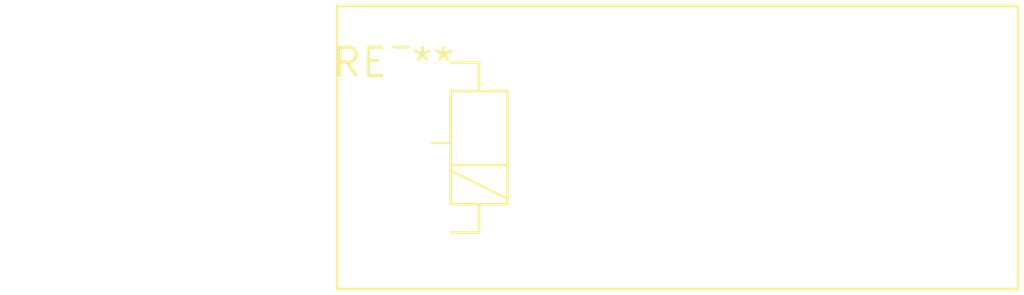
<source format=kicad_pcb>
(kicad_pcb (version 20240108) (generator pcbnew)
  (layers (0 "F.Cu" signal) (31 "B.Cu" signal) (34 "B.Paste" user) (35 "F.Paste" user) (36 "B.SilkS" user "B.Silkscreen") (37 "F.SilkS" user "F.Silkscreen") (38 "B.Mask" user) (39 "F.Mask" user) (44 "Edge.Cuts" user))
  (net 0 "")
  (footprint "Relay_SPST_Schrack-RP3SL_RM5mm" (layer "F.Cu") (at 0 0)
    (property "Reference" "REF**")
    (property "Value" "Relay_SPST_Schrack-RP3SL_RM5mm")
    (fp_line (start -2.54 -2.54) (end 27.94 -2.54) (layer "F.SilkS") (stroke (width 0.12)))
    (fp_line (start -2.54 10.16) (end -2.54 -2.54) (layer "F.SilkS") (stroke (width 0.12)))
    (fp_line (start 2.5 3.6) (end 1.7 3.6) (layer "F.SilkS") (stroke (width 0.12)))
    (fp_line (start 2.54 0) (end 3.81 0) (layer "F.SilkS") (stroke (width 0.12)))
    (fp_line (start 2.54 1.27) (end 3.81 1.27) (layer "F.SilkS") (stroke (width 0.12)))
    (fp_line (start 2.54 4.84) (end 5.08 6.11) (layer "F.SilkS") (stroke (width 0.12)))
    (fp_line (start 2.54 6.35) (end 2.54 1.27) (layer "F.SilkS") (stroke (width 0.12)))
    (fp_line (start 2.6 4.6) (end 5 4.6) (layer "F.SilkS") (stroke (width 0.12)))
    (fp_line (start 3.81 0) (end 3.81 1.27) (layer "F.SilkS") (stroke (width 0.12)))
    (fp_line (start 3.81 1.27) (end 5.08 1.27) (layer "F.SilkS") (stroke (width 0.12)))
    (fp_line (start 3.81 6.35) (end 3.81 7.62) (layer "F.SilkS") (stroke (width 0.12)))
    (fp_line (start 3.81 7.62) (end 2.54 7.62) (layer "F.SilkS") (stroke (width 0.12)))
    (fp_line (start 5.08 1.27) (end 5.08 6.35) (layer "F.SilkS") (stroke (width 0.12)))
    (fp_line (start 5.08 6.35) (end 2.54 6.35) (layer "F.SilkS") (stroke (width 0.12)))
    (fp_line (start 27.94 -2.54) (end 27.94 10.16) (layer "F.SilkS") (stroke (width 0.12)))
    (fp_line (start 27.94 10.16) (end -2.54 10.16) (layer "F.SilkS") (stroke (width 0.12)))
    (pad "11" thru_hole circle (at 20.32 0) (size 3 3) (drill 1.3) (layers *.Cu *.Mask) (remove_unused_layers))
    (pad "11" thru_hole circle (at 20.32 7.62) (size 3 3) (drill 1.3) (layers *.Cu *.Mask) (remove_unused_layers))
    (pad "14" thru_hole circle (at 25.32 0) (size 3 3) (drill 1.3) (layers *.Cu *.Mask) (remove_unused_layers))
    (pad "14" thru_hole circle (at 25.32 7.62) (size 3 3) (drill 1.3) (layers *.Cu *.Mask) (remove_unused_layers))
    (pad "A1" thru_hole circle (at 0 0) (size 3 3) (drill 1.3) (layers *.Cu *.Mask) (remove_unused_layers))
    (pad "A2" thru_hole circle (at 0 7.62) (size 3 3) (drill 1.3) (layers *.Cu *.Mask) (remove_unused_layers))
    (pad "A3" thru_hole circle (at 0 3.6) (size 3 3) (drill 1.3) (layers *.Cu *.Mask) (remove_unused_layers))
  )
)
</source>
